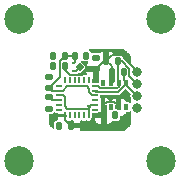
<source format=gbr>
%TF.GenerationSoftware,KiCad,Pcbnew,8.0.5*%
%TF.CreationDate,2024-12-22T15:29:08+11:00*%
%TF.ProjectId,Sensored,53656e73-6f72-4656-942e-6b696361645f,rev?*%
%TF.SameCoordinates,Original*%
%TF.FileFunction,Copper,L1,Top*%
%TF.FilePolarity,Positive*%
%FSLAX46Y46*%
G04 Gerber Fmt 4.6, Leading zero omitted, Abs format (unit mm)*
G04 Created by KiCad (PCBNEW 8.0.5) date 2024-12-22 15:29:08*
%MOMM*%
%LPD*%
G01*
G04 APERTURE LIST*
G04 Aperture macros list*
%AMRoundRect*
0 Rectangle with rounded corners*
0 $1 Rounding radius*
0 $2 $3 $4 $5 $6 $7 $8 $9 X,Y pos of 4 corners*
0 Add a 4 corners polygon primitive as box body*
4,1,4,$2,$3,$4,$5,$6,$7,$8,$9,$2,$3,0*
0 Add four circle primitives for the rounded corners*
1,1,$1+$1,$2,$3*
1,1,$1+$1,$4,$5*
1,1,$1+$1,$6,$7*
1,1,$1+$1,$8,$9*
0 Add four rect primitives between the rounded corners*
20,1,$1+$1,$2,$3,$4,$5,0*
20,1,$1+$1,$4,$5,$6,$7,0*
20,1,$1+$1,$6,$7,$8,$9,0*
20,1,$1+$1,$8,$9,$2,$3,0*%
%AMRotRect*
0 Rectangle, with rotation*
0 The origin of the aperture is its center*
0 $1 length*
0 $2 width*
0 $3 Rotation angle, in degrees counterclockwise*
0 Add horizontal line*
21,1,$1,$2,0,0,$3*%
%AMFreePoly0*
4,1,5,0.110000,-0.125000,-0.110000,-0.125000,-0.110000,0.125000,0.360000,0.125000,0.110000,-0.125000,0.110000,-0.125000,$1*%
%AMFreePoly1*
4,1,6,0.290000,-0.055000,0.290000,-0.125000,-0.110000,-0.125000,-0.110000,0.125000,0.110000,0.125000,0.290000,-0.055000,0.290000,-0.055000,$1*%
%AMFreePoly2*
4,1,7,0.110000,-0.125000,-0.110000,-0.125000,-0.290000,-0.125000,-0.290000,-0.055000,-0.110000,0.125000,0.110000,0.125000,0.110000,-0.125000,0.110000,-0.125000,$1*%
%AMFreePoly3*
4,1,6,0.110000,-0.125000,-0.110000,-0.125000,-0.290000,0.055000,-0.290000,0.125000,0.110000,0.125000,0.110000,-0.125000,0.110000,-0.125000,$1*%
G04 Aperture macros list end*
%TA.AperFunction,SMDPad,CuDef*%
%ADD10RoundRect,0.135000X0.135000X0.185000X-0.135000X0.185000X-0.135000X-0.185000X0.135000X-0.185000X0*%
%TD*%
%TA.AperFunction,SMDPad,CuDef*%
%ADD11RoundRect,0.140000X-0.170000X0.140000X-0.170000X-0.140000X0.170000X-0.140000X0.170000X0.140000X0*%
%TD*%
%TA.AperFunction,SMDPad,CuDef*%
%ADD12R,0.350000X0.500000*%
%TD*%
%TA.AperFunction,SMDPad,CuDef*%
%ADD13RoundRect,0.140000X0.140000X0.170000X-0.140000X0.170000X-0.140000X-0.170000X0.140000X-0.170000X0*%
%TD*%
%TA.AperFunction,SMDPad,CuDef*%
%ADD14RoundRect,0.135000X-0.135000X-0.185000X0.135000X-0.185000X0.135000X0.185000X-0.135000X0.185000X0*%
%TD*%
%TA.AperFunction,ComponentPad*%
%ADD15C,0.800000*%
%TD*%
%TA.AperFunction,SMDPad,CuDef*%
%ADD16RoundRect,0.140000X-0.140000X-0.170000X0.140000X-0.170000X0.140000X0.170000X-0.140000X0.170000X0*%
%TD*%
%TA.AperFunction,SMDPad,CuDef*%
%ADD17FreePoly0,0.000000*%
%TD*%
%TA.AperFunction,SMDPad,CuDef*%
%ADD18FreePoly1,0.000000*%
%TD*%
%TA.AperFunction,SMDPad,CuDef*%
%ADD19FreePoly2,0.000000*%
%TD*%
%TA.AperFunction,SMDPad,CuDef*%
%ADD20FreePoly3,0.000000*%
%TD*%
%TA.AperFunction,SMDPad,CuDef*%
%ADD21RotRect,0.480000X0.480000X45.000000*%
%TD*%
%TA.AperFunction,SMDPad,CuDef*%
%ADD22RoundRect,0.050000X-0.050000X0.225000X-0.050000X-0.225000X0.050000X-0.225000X0.050000X0.225000X0*%
%TD*%
%TA.AperFunction,SMDPad,CuDef*%
%ADD23RoundRect,0.050000X-0.225000X-0.050000X0.225000X-0.050000X0.225000X0.050000X-0.225000X0.050000X0*%
%TD*%
%TA.AperFunction,ViaPad*%
%ADD24C,2.500000*%
%TD*%
%TA.AperFunction,ViaPad*%
%ADD25C,0.250000*%
%TD*%
%TA.AperFunction,Conductor*%
%ADD26C,0.160000*%
%TD*%
G04 APERTURE END LIST*
D10*
%TO.P,C11,1*%
%TO.N,+1V8*%
X141910000Y-106099999D03*
%TO.P,C11,2*%
%TO.N,GND*%
X140890000Y-106099999D03*
%TD*%
D11*
%TO.P,C4,1*%
%TO.N,Net-(U1-REGOUT)*%
X140549999Y-109620000D03*
%TO.P,C4,2*%
%TO.N,GND*%
X140549999Y-110580000D03*
%TD*%
D12*
%TO.P,U3,1,GND*%
%TO.N,GND*%
X145124999Y-108375000D03*
%TO.P,U3,2,CSB*%
%TO.N,+3V3*%
X145775000Y-108375000D03*
%TO.P,U3,3,SDI*%
%TO.N,SDA*%
X146425000Y-108375000D03*
%TO.P,U3,4,SCK*%
%TO.N,SCL*%
X147075001Y-108375000D03*
%TO.P,U3,5,SDO*%
%TO.N,GND*%
X147075001Y-110425000D03*
%TO.P,U3,6,VDDIO*%
%TO.N,+3V3*%
X146425000Y-110425000D03*
%TO.P,U3,7,GND*%
%TO.N,GND*%
X145775000Y-110425000D03*
%TO.P,U3,8,VDD*%
%TO.N,+3V3*%
X145124999Y-110425000D03*
%TD*%
D13*
%TO.P,C3,1*%
%TO.N,+3V3*%
X142380000Y-112000000D03*
%TO.P,C3,2*%
%TO.N,GND*%
X141420000Y-112000000D03*
%TD*%
D14*
%TO.P,R1,1*%
%TO.N,+3V3*%
X145840000Y-107500000D03*
%TO.P,R1,2*%
%TO.N,SCL*%
X146860000Y-107500000D03*
%TD*%
D11*
%TO.P,C1,1*%
%TO.N,GND*%
X140550000Y-107870000D03*
%TO.P,C1,2*%
%TO.N,+1V8*%
X140550000Y-108830000D03*
%TD*%
%TO.P,C6,1*%
%TO.N,GND*%
X144500000Y-106270000D03*
%TO.P,C6,2*%
%TO.N,+3V3*%
X144500000Y-107230000D03*
%TD*%
D15*
%TO.P,J1,1,Pin_1*%
%TO.N,+3V3*%
X148000000Y-107499999D03*
%TO.P,J1,2,Pin_2*%
%TO.N,SDA*%
X148000000Y-108499999D03*
%TO.P,J1,3,Pin_3*%
%TO.N,SCL*%
X148000000Y-109500000D03*
%TO.P,J1,4,Pin_4*%
%TO.N,GND*%
X148000000Y-110499999D03*
%TD*%
D16*
%TO.P,C8,1*%
%TO.N,+3V3*%
X145170000Y-111137500D03*
%TO.P,C8,2*%
%TO.N,GND*%
X146130000Y-111137500D03*
%TD*%
%TO.P,C13,1*%
%TO.N,+1V8*%
X142707500Y-106077500D03*
%TO.P,C13,2*%
%TO.N,GND*%
X143667500Y-106077500D03*
%TD*%
D14*
%TO.P,R2,1*%
%TO.N,+3V3*%
X145390000Y-106550000D03*
%TO.P,R2,2*%
%TO.N,SDA*%
X146410000Y-106550000D03*
%TD*%
D17*
%TO.P,U4,1,OUT*%
%TO.N,+1V8*%
X142587500Y-106727500D03*
D18*
%TO.P,U4,2,GND*%
%TO.N,GND*%
X142587500Y-107377500D03*
D19*
%TO.P,U4,3,EN*%
%TO.N,+3V3*%
X143667500Y-107377500D03*
D20*
%TO.P,U4,4,IN*%
X143667500Y-106727500D03*
D21*
%TO.P,U4,5,EPAD*%
%TO.N,GND*%
X143127500Y-107052500D03*
%TD*%
D10*
%TO.P,C9,1*%
%TO.N,+3V3*%
X141910000Y-107000000D03*
%TO.P,C9,2*%
%TO.N,GND*%
X140890000Y-107000000D03*
%TD*%
D22*
%TO.P,U1,1,NC*%
%TO.N,unconnected-(U1-NC-Pad1)*%
X143900000Y-108149999D03*
%TO.P,U1,2,NC*%
%TO.N,unconnected-(U1-NC-Pad2)*%
X143500000Y-108149999D03*
%TO.P,U1,3,NC*%
%TO.N,unconnected-(U1-NC-Pad3)*%
X143100000Y-108149999D03*
%TO.P,U1,4,NC*%
%TO.N,unconnected-(U1-NC-Pad4)*%
X142700000Y-108149999D03*
%TO.P,U1,5,NC*%
%TO.N,unconnected-(U1-NC-Pad5)*%
X142300000Y-108149999D03*
%TO.P,U1,6,NC*%
%TO.N,unconnected-(U1-NC-Pad6)*%
X141900000Y-108149999D03*
D23*
%TO.P,U1,7,AUX_CL*%
%TO.N,unconnected-(U1-AUX_CL-Pad7)*%
X141400000Y-108649999D03*
%TO.P,U1,8,VDDIO*%
%TO.N,+1V8*%
X141400000Y-109049999D03*
%TO.P,U1,9,SDO/AD0*%
%TO.N,GND*%
X141400000Y-109449999D03*
%TO.P,U1,10,REGOUT*%
%TO.N,Net-(U1-REGOUT)*%
X141400000Y-109849999D03*
%TO.P,U1,11,FSYNC*%
%TO.N,unconnected-(U1-FSYNC-Pad11)*%
X141400000Y-110249999D03*
%TO.P,U1,12,INT1*%
%TO.N,unconnected-(U1-INT1-Pad12)*%
X141400000Y-110649999D03*
D22*
%TO.P,U1,13,VDD*%
%TO.N,+3V3*%
X141900000Y-111149999D03*
%TO.P,U1,14,NC*%
%TO.N,unconnected-(U1-NC-Pad14)*%
X142300000Y-111149999D03*
%TO.P,U1,15,NC*%
%TO.N,unconnected-(U1-NC-Pad15)*%
X142700000Y-111149999D03*
%TO.P,U1,16,NC*%
%TO.N,unconnected-(U1-NC-Pad16)*%
X143100000Y-111149999D03*
%TO.P,U1,17,NC*%
%TO.N,unconnected-(U1-NC-Pad17)*%
X143500000Y-111149999D03*
%TO.P,U1,18,GND*%
%TO.N,GND*%
X143900000Y-111149999D03*
D23*
%TO.P,U1,19,RESV*%
%TO.N,unconnected-(U1-RESV-Pad19)*%
X144400000Y-110649999D03*
%TO.P,U1,20,GND*%
%TO.N,GND*%
X144400000Y-110249999D03*
%TO.P,U1,21,AUX_DA*%
%TO.N,unconnected-(U1-AUX_DA-Pad21)*%
X144400000Y-109849999D03*
%TO.P,U1,22,~{CS}*%
%TO.N,+1V8*%
X144400000Y-109449999D03*
%TO.P,U1,23,SCL/SCLK*%
%TO.N,SCL*%
X144400000Y-109049999D03*
%TO.P,U1,24,SDA/SDI*%
%TO.N,SDA*%
X144400000Y-108649999D03*
%TD*%
D24*
%TO.N,*%
X150000000Y-115000000D03*
X150000000Y-103000000D03*
X138000000Y-115000000D03*
X138000000Y-103000000D03*
D25*
%TO.N,GND*%
X143150000Y-107050000D03*
X140900000Y-106100000D03*
X140550000Y-107850000D03*
X140900000Y-107000000D03*
X146150000Y-111150000D03*
X141400000Y-112000000D03*
X143850000Y-110350000D03*
X145100000Y-108350000D03*
X145800000Y-110450000D03*
X147100000Y-110450000D03*
X144500000Y-106300000D03*
X140550000Y-110550000D03*
X143650000Y-106100000D03*
%TO.N,+3V3*%
X145800000Y-109750000D03*
X145775000Y-108375000D03*
%TD*%
D26*
%TO.N,GND*%
X146130000Y-111137500D02*
X146137500Y-111137500D01*
X141855000Y-109605000D02*
X141855000Y-110388136D01*
X141855000Y-110388136D02*
X142071863Y-110604999D01*
X144400000Y-110249999D02*
X144125000Y-110249999D01*
X143667500Y-106077500D02*
X143667500Y-106082500D01*
X143667500Y-106082500D02*
X143650000Y-106100000D01*
X142802500Y-107377500D02*
X143127500Y-107052500D01*
X143900000Y-110474999D02*
X143900000Y-110400000D01*
X145124999Y-108375000D02*
X145124999Y-108374999D01*
X144500000Y-106270000D02*
X144500000Y-106300000D01*
X142071863Y-110604999D02*
X143770000Y-110604999D01*
X143770000Y-110604999D02*
X143900000Y-110474999D01*
X144125000Y-110249999D02*
X143900000Y-110474999D01*
X147075001Y-110425000D02*
X147075001Y-110425001D01*
X143127500Y-107052500D02*
X143147500Y-107052500D01*
X141420000Y-112000000D02*
X141400000Y-112000000D01*
X143900000Y-110400000D02*
X143850000Y-110350000D01*
X141699999Y-109449999D02*
X141855000Y-109605000D01*
X140549999Y-110580000D02*
X140549999Y-110550001D01*
X143147500Y-107052500D02*
X143150000Y-107050000D01*
X141400000Y-109449999D02*
X141699999Y-109449999D01*
X140890000Y-107000000D02*
X140900000Y-107000000D01*
X145124999Y-108374999D02*
X145100000Y-108350000D01*
X142587500Y-107377500D02*
X142802500Y-107377500D01*
X143900000Y-110474999D02*
X143900000Y-111149999D01*
X140549999Y-110550001D02*
X140550000Y-110550000D01*
X140890000Y-106099999D02*
X140899999Y-106099999D01*
X147075001Y-110425001D02*
X147100000Y-110450000D01*
X140899999Y-106099999D02*
X140900000Y-106100000D01*
X145775000Y-110425000D02*
X145800000Y-110450000D01*
X140550000Y-107870000D02*
X140550000Y-107850000D01*
X146137500Y-111137500D02*
X146150000Y-111150000D01*
%TO.N,+1V8*%
X142707500Y-106607500D02*
X142587500Y-106727500D01*
X141400000Y-109049999D02*
X140769999Y-109049999D01*
X142071863Y-108694999D02*
X141716863Y-109049999D01*
X140550000Y-108830000D02*
X141460000Y-107920000D01*
X141460000Y-106549999D02*
X141910000Y-106099999D01*
X141716863Y-109049999D02*
X141400000Y-109049999D01*
X143945000Y-109196655D02*
X143945000Y-108911862D01*
X143728137Y-108694999D02*
X142071863Y-108694999D01*
X143945000Y-108911862D02*
X143728137Y-108694999D01*
X140769999Y-109049999D02*
X140550000Y-108830000D01*
X144198344Y-109449999D02*
X143945000Y-109196655D01*
X144400000Y-109449999D02*
X144198344Y-109449999D01*
X141910000Y-106099999D02*
X142685001Y-106099999D01*
X141460000Y-107920000D02*
X141460000Y-106549999D01*
X142707500Y-106077500D02*
X142707500Y-106607500D01*
X142685001Y-106099999D02*
X142707500Y-106077500D01*
%TO.N,+3V3*%
X144500000Y-107230000D02*
X143815000Y-107230000D01*
X143667500Y-107377500D02*
X143667500Y-106727500D01*
X145800000Y-109995000D02*
X145420000Y-109995000D01*
X146070000Y-109995000D02*
X145800000Y-109995000D01*
X145840000Y-107000000D02*
X145390000Y-106550000D01*
X148000000Y-107370780D02*
X148000000Y-107499999D01*
X146425000Y-110350000D02*
X146070000Y-109995000D01*
X146425000Y-110425000D02*
X146425000Y-110350000D01*
X141910000Y-107300000D02*
X142297500Y-107687500D01*
X145390000Y-106550000D02*
X145890000Y-106050000D01*
X143357500Y-107687500D02*
X143667500Y-107377500D01*
X146679220Y-106050000D02*
X148000000Y-107370780D01*
X145124999Y-111092499D02*
X145170000Y-111137500D01*
X145180000Y-106550000D02*
X144500000Y-107230000D01*
X142380000Y-112000000D02*
X143651655Y-112000000D01*
X145420000Y-109995000D02*
X145124999Y-110290001D01*
X142297500Y-107687500D02*
X143357500Y-107687500D01*
X141920000Y-111169999D02*
X141900000Y-111149999D01*
X145390000Y-106550000D02*
X145180000Y-106550000D01*
X143651655Y-112000000D02*
X144514155Y-111137500D01*
X145775000Y-107565000D02*
X145840000Y-107500000D01*
X143815000Y-107230000D02*
X143667500Y-107377500D01*
X145775000Y-108375000D02*
X145775000Y-107565000D01*
X145840000Y-107500000D02*
X145840000Y-107000000D01*
X141900000Y-111520000D02*
X142380000Y-112000000D01*
X144514155Y-111137500D02*
X145170000Y-111137500D01*
X145890000Y-106050000D02*
X146679220Y-106050000D01*
X141900000Y-111149999D02*
X141900000Y-111520000D01*
X145124999Y-110290001D02*
X145124999Y-110425000D01*
X145800000Y-109995000D02*
X145800000Y-109750000D01*
X145124999Y-110425000D02*
X145124999Y-111092499D01*
%TO.N,Net-(U1-REGOUT)*%
X141400000Y-109849999D02*
X140779998Y-109849999D01*
X140779998Y-109849999D02*
X140549999Y-109620000D01*
%TO.N,SDA*%
X146679220Y-106550000D02*
X147310000Y-107180780D01*
X147310000Y-107180780D02*
X147310000Y-107809999D01*
X144675000Y-108649999D02*
X144875001Y-108850000D01*
X146300000Y-108850000D02*
X146425000Y-108725000D01*
X147310000Y-107809999D02*
X148000000Y-108499999D01*
X146410000Y-106550000D02*
X146679220Y-106550000D01*
X146425000Y-108375000D02*
X146410000Y-108360000D01*
X144875001Y-108850000D02*
X146300000Y-108850000D01*
X144400000Y-108649999D02*
X144675000Y-108649999D01*
X146425000Y-108725000D02*
X146425000Y-108375000D01*
X146410000Y-108360000D02*
X146410000Y-106550000D01*
%TO.N,SCL*%
X146860000Y-107500000D02*
X146860000Y-108159999D01*
X146860000Y-108159999D02*
X147075001Y-108375000D01*
X147075001Y-108575001D02*
X147075001Y-108375000D01*
X144400000Y-109049999D02*
X144500000Y-109149999D01*
X148000000Y-109500000D02*
X147075001Y-108575001D01*
X144500000Y-109149999D02*
X146375002Y-109149999D01*
X147075001Y-108450000D02*
X147075001Y-108375000D01*
X146375002Y-109149999D02*
X147075001Y-108450000D01*
X147150002Y-108449999D02*
X147075001Y-108525000D01*
%TD*%
%TA.AperFunction,Conductor*%
%TO.N,+3V3*%
G36*
X147057812Y-108899628D02*
G01*
X147068361Y-108908480D01*
X147434276Y-109274395D01*
X147457114Y-109323371D01*
X147454725Y-109350694D01*
X147453927Y-109353672D01*
X147434663Y-109499999D01*
X147434663Y-109500000D01*
X147453925Y-109646317D01*
X147453926Y-109646320D01*
X147489271Y-109731650D01*
X147493486Y-109741824D01*
X147499500Y-109772057D01*
X147499500Y-110002348D01*
X147481018Y-110053128D01*
X147434218Y-110080148D01*
X147381000Y-110070764D01*
X147368247Y-110060978D01*
X147365715Y-110059286D01*
X147312625Y-110023813D01*
X147312624Y-110023812D01*
X147265807Y-110014500D01*
X147128635Y-110014500D01*
X147077855Y-109996018D01*
X147054616Y-109963109D01*
X147043351Y-109932908D01*
X147043348Y-109932904D01*
X146957189Y-109817810D01*
X146842094Y-109731650D01*
X146842083Y-109731643D01*
X146707381Y-109681403D01*
X146707369Y-109681401D01*
X146647835Y-109675000D01*
X146600000Y-109675000D01*
X146600000Y-110521000D01*
X146581518Y-110571780D01*
X146534718Y-110598800D01*
X146521000Y-110600000D01*
X146198220Y-110600000D01*
X146147440Y-110581518D01*
X146120420Y-110534718D01*
X146120420Y-110507285D01*
X146130521Y-110450000D01*
X146111699Y-110343259D01*
X146110500Y-110329545D01*
X146110500Y-110329000D01*
X146128982Y-110278220D01*
X146175782Y-110251200D01*
X146189500Y-110250000D01*
X146250000Y-110250000D01*
X146250000Y-109675000D01*
X146202165Y-109675000D01*
X146142630Y-109681401D01*
X146142618Y-109681403D01*
X146007916Y-109731643D01*
X146007905Y-109731650D01*
X145892812Y-109817809D01*
X145838241Y-109890706D01*
X145793013Y-109920281D01*
X145739357Y-109913865D01*
X145711756Y-109890705D01*
X145657186Y-109817808D01*
X145542093Y-109731650D01*
X145542082Y-109731643D01*
X145407380Y-109681403D01*
X145407368Y-109681401D01*
X145347834Y-109675000D01*
X145299999Y-109675000D01*
X145299999Y-110250000D01*
X145360500Y-110250000D01*
X145411280Y-110268482D01*
X145438300Y-110315282D01*
X145439500Y-110329000D01*
X145439500Y-110547777D01*
X145421018Y-110598557D01*
X145420000Y-110599667D01*
X145420000Y-111942004D01*
X145566192Y-111899533D01*
X145566195Y-111899532D01*
X145705378Y-111817218D01*
X145705384Y-111817213D01*
X145819716Y-111702881D01*
X145819720Y-111702875D01*
X145854154Y-111644650D01*
X145895911Y-111610349D01*
X145931259Y-111606390D01*
X145945135Y-111608000D01*
X146314864Y-111607999D01*
X146339991Y-111605085D01*
X146442765Y-111559706D01*
X146522206Y-111480265D01*
X146567585Y-111377491D01*
X146570500Y-111352365D01*
X146570500Y-111254000D01*
X146588982Y-111203220D01*
X146635782Y-111176200D01*
X146645735Y-111175329D01*
X146645724Y-111175227D01*
X146645730Y-111175226D01*
X146645724Y-111175113D01*
X146647834Y-111175000D01*
X146707369Y-111168598D01*
X146707381Y-111168596D01*
X146842083Y-111118356D01*
X146842094Y-111118349D01*
X146957189Y-111032189D01*
X147043348Y-110917095D01*
X147043351Y-110917091D01*
X147054616Y-110886891D01*
X147089680Y-110845772D01*
X147128635Y-110835500D01*
X147265807Y-110835500D01*
X147312625Y-110826187D01*
X147365715Y-110790714D01*
X147365715Y-110790713D01*
X147372185Y-110786391D01*
X147373143Y-110787825D01*
X147413615Y-110768953D01*
X147465813Y-110782939D01*
X147496808Y-110827205D01*
X147499500Y-110847652D01*
X147499500Y-111496555D01*
X147499199Y-111503441D01*
X147484917Y-111666676D01*
X147482526Y-111680236D01*
X147441012Y-111835171D01*
X147436302Y-111848112D01*
X147368514Y-111993483D01*
X147361629Y-112005409D01*
X147269622Y-112136808D01*
X147260770Y-112147356D01*
X147147356Y-112260770D01*
X147136808Y-112269622D01*
X147005409Y-112361629D01*
X146993483Y-112368514D01*
X146848112Y-112436302D01*
X146835171Y-112441012D01*
X146680236Y-112482526D01*
X146666676Y-112484917D01*
X146524682Y-112497340D01*
X146503439Y-112499199D01*
X146496555Y-112499500D01*
X143195953Y-112499500D01*
X143145173Y-112481018D01*
X143118153Y-112434218D01*
X143120090Y-112398460D01*
X143157143Y-112270917D01*
X143157146Y-112270903D01*
X143158792Y-112250000D01*
X142209000Y-112250000D01*
X142158220Y-112231518D01*
X142131200Y-112184718D01*
X142130000Y-112171000D01*
X142130000Y-111662015D01*
X142148482Y-111611235D01*
X142195282Y-111584215D01*
X142224410Y-111584532D01*
X142229267Y-111585499D01*
X142370732Y-111585498D01*
X142432133Y-111573286D01*
X142446487Y-111563695D01*
X142456109Y-111557266D01*
X142508599Y-111544420D01*
X142543891Y-111557266D01*
X142567865Y-111573285D01*
X142575054Y-111576263D01*
X142574399Y-111577844D01*
X142612607Y-111601025D01*
X142630000Y-111650478D01*
X142630000Y-111750000D01*
X143158789Y-111750000D01*
X143157144Y-111729083D01*
X143157144Y-111729081D01*
X143142482Y-111678616D01*
X143146063Y-111624695D01*
X143183466Y-111585692D01*
X143202933Y-111579093D01*
X143232133Y-111573286D01*
X143246487Y-111563695D01*
X143256109Y-111557266D01*
X143308599Y-111544420D01*
X143343891Y-111557266D01*
X143367865Y-111573285D01*
X143367866Y-111573285D01*
X143367867Y-111573286D01*
X143429267Y-111585499D01*
X143570732Y-111585498D01*
X143632133Y-111573286D01*
X143646487Y-111563695D01*
X143656109Y-111557266D01*
X143708599Y-111544420D01*
X143743891Y-111557266D01*
X143767865Y-111573285D01*
X143767866Y-111573285D01*
X143767867Y-111573286D01*
X143829267Y-111585499D01*
X143970732Y-111585498D01*
X144032133Y-111573286D01*
X144101762Y-111526761D01*
X144148287Y-111457132D01*
X144160500Y-111395732D01*
X144160500Y-111387500D01*
X144391210Y-111387500D01*
X144392855Y-111408416D01*
X144392856Y-111408421D01*
X144437966Y-111563692D01*
X144437967Y-111563695D01*
X144520281Y-111702878D01*
X144520286Y-111702884D01*
X144634615Y-111817213D01*
X144634621Y-111817218D01*
X144773804Y-111899532D01*
X144773807Y-111899533D01*
X144920000Y-111942005D01*
X144920000Y-111387500D01*
X144391210Y-111387500D01*
X144160500Y-111387500D01*
X144160499Y-110989497D01*
X144178981Y-110938718D01*
X144225781Y-110911698D01*
X144239499Y-110910498D01*
X144645731Y-110910498D01*
X144645732Y-110910498D01*
X144707133Y-110898286D01*
X144707136Y-110898283D01*
X144714326Y-110895307D01*
X144715127Y-110897242D01*
X144747240Y-110887500D01*
X144920000Y-110887500D01*
X144920000Y-110347222D01*
X144938482Y-110296442D01*
X144943139Y-110291361D01*
X144949999Y-110284501D01*
X144949999Y-109675000D01*
X144901076Y-109675000D01*
X144850296Y-109656518D01*
X144823276Y-109609718D01*
X144823594Y-109580588D01*
X144828254Y-109557162D01*
X144835500Y-109520732D01*
X144835500Y-109469499D01*
X144853982Y-109418719D01*
X144900782Y-109391699D01*
X144914500Y-109390499D01*
X146422839Y-109390499D01*
X146422841Y-109390499D01*
X146511235Y-109353885D01*
X146956640Y-108908479D01*
X147005615Y-108885642D01*
X147057812Y-108899628D01*
G37*
%TD.AperFunction*%
%TA.AperFunction,Conductor*%
G36*
X141071132Y-110883764D02*
G01*
X141092865Y-110898285D01*
X141092866Y-110898285D01*
X141092867Y-110898286D01*
X141154267Y-110910499D01*
X141221001Y-110910498D01*
X141271779Y-110928980D01*
X141298800Y-110975779D01*
X141300000Y-110989498D01*
X141300000Y-111049999D01*
X141960500Y-111049999D01*
X142011280Y-111068481D01*
X142038300Y-111115281D01*
X142039500Y-111128997D01*
X142039501Y-111170997D01*
X142021020Y-111221778D01*
X141974221Y-111248798D01*
X141960501Y-111249999D01*
X141300000Y-111249999D01*
X141300000Y-111418057D01*
X141302850Y-111441797D01*
X141290552Y-111494419D01*
X141247307Y-111526824D01*
X141233518Y-111529688D01*
X141210009Y-111532415D01*
X141107235Y-111577794D01*
X141107229Y-111577798D01*
X141027798Y-111657229D01*
X141027794Y-111657235D01*
X140982415Y-111760009D01*
X140979500Y-111785133D01*
X140979500Y-112196905D01*
X140961018Y-112247685D01*
X140914218Y-112274705D01*
X140861000Y-112265321D01*
X140844639Y-112252766D01*
X140739229Y-112147356D01*
X140730377Y-112136808D01*
X140638370Y-112005409D01*
X140631488Y-111993488D01*
X140563695Y-111848107D01*
X140558989Y-111835177D01*
X140517471Y-111680230D01*
X140515083Y-111666681D01*
X140500801Y-111503440D01*
X140500500Y-111496555D01*
X140500500Y-111099499D01*
X140518982Y-111048719D01*
X140565782Y-111021699D01*
X140579500Y-111020499D01*
X140764857Y-111020499D01*
X140764863Y-111020499D01*
X140789990Y-111017585D01*
X140892764Y-110972206D01*
X140971381Y-110893588D01*
X141020356Y-110870751D01*
X141071132Y-110883764D01*
G37*
%TD.AperFunction*%
%TA.AperFunction,Conductor*%
G36*
X146061780Y-107268482D02*
G01*
X146088800Y-107315282D01*
X146090000Y-107329000D01*
X146090000Y-108100238D01*
X146089619Y-108107984D01*
X146089500Y-108109191D01*
X146089500Y-108284000D01*
X146071018Y-108334780D01*
X146024218Y-108361800D01*
X146010500Y-108363000D01*
X145950000Y-108363000D01*
X145950000Y-108471000D01*
X145931518Y-108521780D01*
X145884718Y-108548800D01*
X145871000Y-108550000D01*
X145679000Y-108550000D01*
X145628220Y-108531518D01*
X145601200Y-108484718D01*
X145600000Y-108471000D01*
X145600000Y-108347961D01*
X145590301Y-108327162D01*
X145590000Y-108320277D01*
X145590000Y-107329000D01*
X145608482Y-107278220D01*
X145655282Y-107251200D01*
X145669000Y-107250000D01*
X146011000Y-107250000D01*
X146061780Y-107268482D01*
G37*
%TD.AperFunction*%
%TA.AperFunction,Conductor*%
G36*
X144721780Y-106998482D02*
G01*
X144748800Y-107045282D01*
X144750000Y-107059000D01*
X144750000Y-108008789D01*
X144767747Y-108025196D01*
X144792489Y-108073239D01*
X144791603Y-108098614D01*
X144789499Y-108109194D01*
X144789499Y-108229548D01*
X144788299Y-108243266D01*
X144772578Y-108332425D01*
X144745558Y-108379224D01*
X144694778Y-108397707D01*
X144679367Y-108396189D01*
X144645733Y-108389499D01*
X144645732Y-108389499D01*
X144239499Y-108389499D01*
X144188719Y-108371017D01*
X144161699Y-108324217D01*
X144160499Y-108310499D01*
X144160499Y-108087207D01*
X144178981Y-108036427D01*
X144225781Y-108009407D01*
X144245695Y-108008450D01*
X144250000Y-108008788D01*
X144250000Y-107480000D01*
X143695495Y-107480000D01*
X143739354Y-107630968D01*
X143737125Y-107631615D01*
X143739822Y-107677020D01*
X143707603Y-107720403D01*
X143655035Y-107732926D01*
X143633888Y-107727438D01*
X143632137Y-107726713D01*
X143632133Y-107726712D01*
X143570733Y-107714499D01*
X143570731Y-107714499D01*
X143429271Y-107714499D01*
X143367867Y-107726712D01*
X143367866Y-107726712D01*
X143343889Y-107742733D01*
X143291398Y-107755576D01*
X143256111Y-107742733D01*
X143232133Y-107726712D01*
X143232132Y-107726711D01*
X143182945Y-107716928D01*
X143170733Y-107714499D01*
X143170732Y-107714499D01*
X143079896Y-107714499D01*
X143029116Y-107696017D01*
X143002096Y-107649217D01*
X143011480Y-107595999D01*
X143020757Y-107583120D01*
X143024043Y-107579412D01*
X143024043Y-107579409D01*
X143027440Y-107575576D01*
X143074947Y-107549822D01*
X143101983Y-107550479D01*
X143127500Y-107555556D01*
X143190123Y-107543098D01*
X143229814Y-107516578D01*
X143591578Y-107154814D01*
X143618098Y-107115123D01*
X143630556Y-107052500D01*
X143630555Y-107052499D01*
X143632074Y-107044868D01*
X143635454Y-107045540D01*
X143649038Y-107008220D01*
X143695838Y-106981200D01*
X143709556Y-106980000D01*
X144671000Y-106980000D01*
X144721780Y-106998482D01*
G37*
%TD.AperFunction*%
%TA.AperFunction,Conductor*%
G36*
X143358788Y-106501495D02*
G01*
X143457509Y-106545085D01*
X143482635Y-106548000D01*
X143776180Y-106547999D01*
X143826960Y-106566481D01*
X143853980Y-106613281D01*
X143844596Y-106666499D01*
X143832043Y-106682859D01*
X143820281Y-106694621D01*
X143737967Y-106833804D01*
X143737966Y-106833807D01*
X143716080Y-106909142D01*
X143684164Y-106952750D01*
X143631685Y-106965640D01*
X143584356Y-106942963D01*
X143271019Y-106629626D01*
X143248181Y-106580650D01*
X143262167Y-106528452D01*
X143306433Y-106497457D01*
X143358788Y-106501495D01*
G37*
%TD.AperFunction*%
%TA.AperFunction,Conductor*%
G36*
X146503440Y-105500801D02*
G01*
X146666681Y-105515083D01*
X146680230Y-105517471D01*
X146835177Y-105558989D01*
X146848107Y-105563695D01*
X146993488Y-105631488D01*
X147005405Y-105638367D01*
X147053740Y-105672212D01*
X147136808Y-105730377D01*
X147147356Y-105739229D01*
X147260770Y-105852643D01*
X147269622Y-105863191D01*
X147361629Y-105994590D01*
X147368513Y-106006515D01*
X147399221Y-106072367D01*
X147436302Y-106151887D01*
X147441012Y-106164828D01*
X147482526Y-106319763D01*
X147484917Y-106333323D01*
X147499199Y-106496558D01*
X147499500Y-106503444D01*
X147499500Y-106839439D01*
X147481018Y-106890219D01*
X147434218Y-106917239D01*
X147381000Y-106907855D01*
X147364639Y-106895300D01*
X146863638Y-106394299D01*
X146840800Y-106345323D01*
X146840499Y-106338438D01*
X146840499Y-106320883D01*
X146840498Y-106320871D01*
X146837634Y-106296173D01*
X146793010Y-106195109D01*
X146793007Y-106195106D01*
X146793005Y-106195103D01*
X146714896Y-106116994D01*
X146714890Y-106116989D01*
X146658450Y-106092068D01*
X146613827Y-106072366D01*
X146589123Y-106069500D01*
X146589122Y-106069500D01*
X146230883Y-106069500D01*
X146230871Y-106069501D01*
X146206173Y-106072366D01*
X146206170Y-106072367D01*
X146177981Y-106084813D01*
X146124062Y-106088415D01*
X146080443Y-106056515D01*
X146078075Y-106052757D01*
X146030735Y-105972710D01*
X146030733Y-105972707D01*
X145917292Y-105859266D01*
X145917289Y-105859264D01*
X145779194Y-105777595D01*
X145640000Y-105737154D01*
X145640000Y-106721000D01*
X145621518Y-106771780D01*
X145574718Y-106798800D01*
X145561000Y-106800000D01*
X145219000Y-106800000D01*
X145168220Y-106781518D01*
X145141200Y-106734718D01*
X145140000Y-106721000D01*
X145140000Y-105737154D01*
X145000805Y-105777595D01*
X144871209Y-105854238D01*
X144818092Y-105864178D01*
X144799088Y-105858509D01*
X144739991Y-105832415D01*
X144714865Y-105829500D01*
X144714864Y-105829500D01*
X144285141Y-105829500D01*
X144285129Y-105829501D01*
X144263149Y-105832050D01*
X144260009Y-105832415D01*
X144260007Y-105832415D01*
X144260003Y-105832417D01*
X144200745Y-105858581D01*
X144146826Y-105862184D01*
X144103206Y-105830285D01*
X144096570Y-105818226D01*
X144059706Y-105734735D01*
X144059704Y-105734733D01*
X144059701Y-105734729D01*
X143980270Y-105655298D01*
X143980267Y-105655296D01*
X143980265Y-105655294D01*
X143980260Y-105655292D01*
X143980259Y-105655291D01*
X143972281Y-105651768D01*
X143933293Y-105614349D01*
X143927479Y-105560624D01*
X143957560Y-105515731D01*
X144004191Y-105500500D01*
X146434108Y-105500500D01*
X146496555Y-105500500D01*
X146503440Y-105500801D01*
G37*
%TD.AperFunction*%
%TD*%
M02*

</source>
